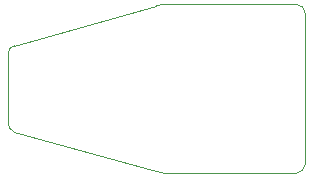
<source format=gm1>
%TF.GenerationSoftware,KiCad,Pcbnew,(6.0.4-0)*%
%TF.CreationDate,2022-05-31T16:01:44+12:00*%
%TF.ProjectId,usba_caddy,75736261-5f63-4616-9464-792e6b696361,rev?*%
%TF.SameCoordinates,PX6bf4b80PY4944400*%
%TF.FileFunction,Profile,NP*%
%FSLAX46Y46*%
G04 Gerber Fmt 4.6, Leading zero omitted, Abs format (unit mm)*
G04 Created by KiCad (PCBNEW (6.0.4-0)) date 2022-05-31 16:01:44*
%MOMM*%
%LPD*%
G01*
G04 APERTURE LIST*
%TA.AperFunction,Profile*%
%ADD10C,0.100000*%
%TD*%
G04 APERTURE END LIST*
D10*
X4025005Y14299979D02*
G75*
G03*
X3500000Y13625000I171395J-674979D01*
G01*
X16050000Y17675000D02*
X4025000Y14300000D01*
X16025000Y3650000D02*
X4000000Y7025000D01*
X27900000Y3500000D02*
G75*
G03*
X28650000Y4250000I0J750000D01*
G01*
X16024998Y3649996D02*
G75*
G03*
X16700000Y3500000I675002J1443804D01*
G01*
X28650000Y4250000D02*
X28650000Y17050000D01*
X28650000Y17050000D02*
G75*
G03*
X27900000Y17800000I-750000J0D01*
G01*
X16700000Y3500000D02*
X27900000Y3500000D01*
X3500482Y7724983D02*
G75*
G03*
X4000000Y7025000I704918J-25183D01*
G01*
X3500000Y7725000D02*
X3500000Y13625000D01*
X27900000Y17800000D02*
X16700000Y17800000D01*
X16700000Y17800000D02*
G75*
G03*
X16050000Y17675000I0J-1752500D01*
G01*
M02*

</source>
